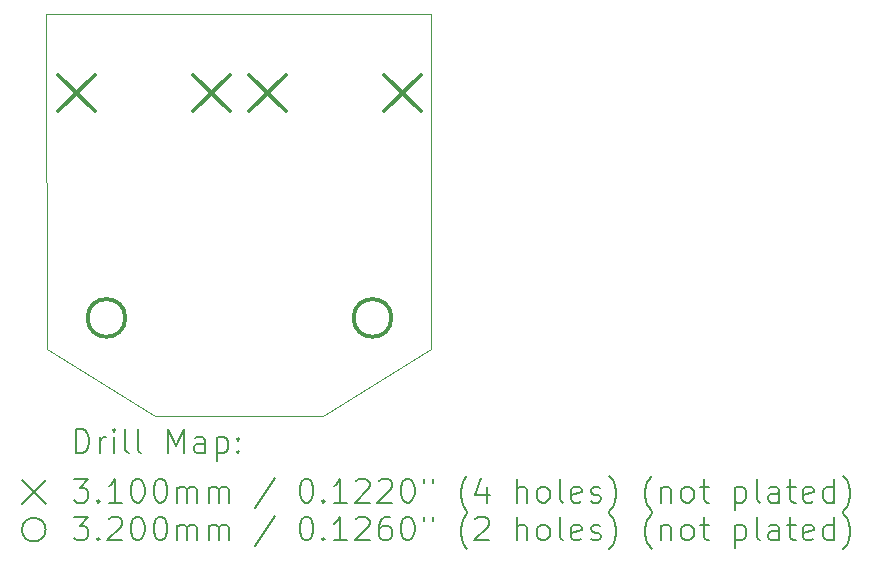
<source format=gbr>
%TF.GenerationSoftware,KiCad,Pcbnew,(6.0.11)*%
%TF.CreationDate,2024-01-24T22:10:26+00:00*%
%TF.ProjectId,Econet_RJ45_Mini,45636f6e-6574-45f5-924a-34355f4d696e,rev?*%
%TF.SameCoordinates,Original*%
%TF.FileFunction,Drillmap*%
%TF.FilePolarity,Positive*%
%FSLAX45Y45*%
G04 Gerber Fmt 4.5, Leading zero omitted, Abs format (unit mm)*
G04 Created by KiCad (PCBNEW (6.0.11)) date 2024-01-24 22:10:26*
%MOMM*%
%LPD*%
G01*
G04 APERTURE LIST*
%ADD10C,0.100000*%
%ADD11C,0.200000*%
%ADD12C,0.310000*%
%ADD13C,0.320000*%
G04 APERTURE END LIST*
D10*
X17306000Y-7464000D02*
X18219000Y-6900000D01*
X18219000Y-4061000D02*
X18219000Y-6900000D01*
X15884000Y-7464000D02*
X14971000Y-6900000D01*
X15884000Y-7464000D02*
X17306000Y-7464000D01*
X14963000Y-4061000D02*
X18219000Y-4061000D01*
X14963000Y-4061000D02*
X14971000Y-6900000D01*
D11*
D12*
X15063982Y-4575534D02*
X15373982Y-4885534D01*
X15373982Y-4575534D02*
X15063982Y-4885534D01*
X16206982Y-4575534D02*
X16516982Y-4885534D01*
X16516982Y-4575534D02*
X16206982Y-4885534D01*
X16681982Y-4575534D02*
X16991982Y-4885534D01*
X16991982Y-4575534D02*
X16681982Y-4885534D01*
X17824982Y-4575534D02*
X18134982Y-4885534D01*
X18134982Y-4575534D02*
X17824982Y-4885534D01*
D13*
X15632982Y-6636000D02*
G75*
G03*
X15632982Y-6636000I-160000J0D01*
G01*
X17885982Y-6636000D02*
G75*
G03*
X17885982Y-6636000I-160000J0D01*
G01*
D11*
X15215619Y-7779476D02*
X15215619Y-7579476D01*
X15263238Y-7579476D01*
X15291809Y-7589000D01*
X15310857Y-7608048D01*
X15320381Y-7627095D01*
X15329905Y-7665190D01*
X15329905Y-7693762D01*
X15320381Y-7731857D01*
X15310857Y-7750905D01*
X15291809Y-7769952D01*
X15263238Y-7779476D01*
X15215619Y-7779476D01*
X15415619Y-7779476D02*
X15415619Y-7646143D01*
X15415619Y-7684238D02*
X15425143Y-7665190D01*
X15434667Y-7655667D01*
X15453714Y-7646143D01*
X15472762Y-7646143D01*
X15539428Y-7779476D02*
X15539428Y-7646143D01*
X15539428Y-7579476D02*
X15529905Y-7589000D01*
X15539428Y-7598524D01*
X15548952Y-7589000D01*
X15539428Y-7579476D01*
X15539428Y-7598524D01*
X15663238Y-7779476D02*
X15644190Y-7769952D01*
X15634667Y-7750905D01*
X15634667Y-7579476D01*
X15768000Y-7779476D02*
X15748952Y-7769952D01*
X15739428Y-7750905D01*
X15739428Y-7579476D01*
X15996571Y-7779476D02*
X15996571Y-7579476D01*
X16063238Y-7722333D01*
X16129905Y-7579476D01*
X16129905Y-7779476D01*
X16310857Y-7779476D02*
X16310857Y-7674714D01*
X16301333Y-7655667D01*
X16282286Y-7646143D01*
X16244190Y-7646143D01*
X16225143Y-7655667D01*
X16310857Y-7769952D02*
X16291809Y-7779476D01*
X16244190Y-7779476D01*
X16225143Y-7769952D01*
X16215619Y-7750905D01*
X16215619Y-7731857D01*
X16225143Y-7712809D01*
X16244190Y-7703286D01*
X16291809Y-7703286D01*
X16310857Y-7693762D01*
X16406095Y-7646143D02*
X16406095Y-7846143D01*
X16406095Y-7655667D02*
X16425143Y-7646143D01*
X16463238Y-7646143D01*
X16482286Y-7655667D01*
X16491809Y-7665190D01*
X16501333Y-7684238D01*
X16501333Y-7741381D01*
X16491809Y-7760428D01*
X16482286Y-7769952D01*
X16463238Y-7779476D01*
X16425143Y-7779476D01*
X16406095Y-7769952D01*
X16587048Y-7760428D02*
X16596571Y-7769952D01*
X16587048Y-7779476D01*
X16577524Y-7769952D01*
X16587048Y-7760428D01*
X16587048Y-7779476D01*
X16587048Y-7655667D02*
X16596571Y-7665190D01*
X16587048Y-7674714D01*
X16577524Y-7665190D01*
X16587048Y-7655667D01*
X16587048Y-7674714D01*
X14758000Y-8009000D02*
X14958000Y-8209000D01*
X14958000Y-8009000D02*
X14758000Y-8209000D01*
X15196571Y-7999476D02*
X15320381Y-7999476D01*
X15253714Y-8075667D01*
X15282286Y-8075667D01*
X15301333Y-8085190D01*
X15310857Y-8094714D01*
X15320381Y-8113762D01*
X15320381Y-8161381D01*
X15310857Y-8180428D01*
X15301333Y-8189952D01*
X15282286Y-8199476D01*
X15225143Y-8199476D01*
X15206095Y-8189952D01*
X15196571Y-8180428D01*
X15406095Y-8180428D02*
X15415619Y-8189952D01*
X15406095Y-8199476D01*
X15396571Y-8189952D01*
X15406095Y-8180428D01*
X15406095Y-8199476D01*
X15606095Y-8199476D02*
X15491809Y-8199476D01*
X15548952Y-8199476D02*
X15548952Y-7999476D01*
X15529905Y-8028048D01*
X15510857Y-8047095D01*
X15491809Y-8056619D01*
X15729905Y-7999476D02*
X15748952Y-7999476D01*
X15768000Y-8009000D01*
X15777524Y-8018524D01*
X15787048Y-8037571D01*
X15796571Y-8075667D01*
X15796571Y-8123286D01*
X15787048Y-8161381D01*
X15777524Y-8180428D01*
X15768000Y-8189952D01*
X15748952Y-8199476D01*
X15729905Y-8199476D01*
X15710857Y-8189952D01*
X15701333Y-8180428D01*
X15691809Y-8161381D01*
X15682286Y-8123286D01*
X15682286Y-8075667D01*
X15691809Y-8037571D01*
X15701333Y-8018524D01*
X15710857Y-8009000D01*
X15729905Y-7999476D01*
X15920381Y-7999476D02*
X15939428Y-7999476D01*
X15958476Y-8009000D01*
X15968000Y-8018524D01*
X15977524Y-8037571D01*
X15987048Y-8075667D01*
X15987048Y-8123286D01*
X15977524Y-8161381D01*
X15968000Y-8180428D01*
X15958476Y-8189952D01*
X15939428Y-8199476D01*
X15920381Y-8199476D01*
X15901333Y-8189952D01*
X15891809Y-8180428D01*
X15882286Y-8161381D01*
X15872762Y-8123286D01*
X15872762Y-8075667D01*
X15882286Y-8037571D01*
X15891809Y-8018524D01*
X15901333Y-8009000D01*
X15920381Y-7999476D01*
X16072762Y-8199476D02*
X16072762Y-8066143D01*
X16072762Y-8085190D02*
X16082286Y-8075667D01*
X16101333Y-8066143D01*
X16129905Y-8066143D01*
X16148952Y-8075667D01*
X16158476Y-8094714D01*
X16158476Y-8199476D01*
X16158476Y-8094714D02*
X16168000Y-8075667D01*
X16187048Y-8066143D01*
X16215619Y-8066143D01*
X16234667Y-8075667D01*
X16244190Y-8094714D01*
X16244190Y-8199476D01*
X16339428Y-8199476D02*
X16339428Y-8066143D01*
X16339428Y-8085190D02*
X16348952Y-8075667D01*
X16368000Y-8066143D01*
X16396571Y-8066143D01*
X16415619Y-8075667D01*
X16425143Y-8094714D01*
X16425143Y-8199476D01*
X16425143Y-8094714D02*
X16434667Y-8075667D01*
X16453714Y-8066143D01*
X16482286Y-8066143D01*
X16501333Y-8075667D01*
X16510857Y-8094714D01*
X16510857Y-8199476D01*
X16901333Y-7989952D02*
X16729905Y-8247095D01*
X17158476Y-7999476D02*
X17177524Y-7999476D01*
X17196571Y-8009000D01*
X17206095Y-8018524D01*
X17215619Y-8037571D01*
X17225143Y-8075667D01*
X17225143Y-8123286D01*
X17215619Y-8161381D01*
X17206095Y-8180428D01*
X17196571Y-8189952D01*
X17177524Y-8199476D01*
X17158476Y-8199476D01*
X17139429Y-8189952D01*
X17129905Y-8180428D01*
X17120381Y-8161381D01*
X17110857Y-8123286D01*
X17110857Y-8075667D01*
X17120381Y-8037571D01*
X17129905Y-8018524D01*
X17139429Y-8009000D01*
X17158476Y-7999476D01*
X17310857Y-8180428D02*
X17320381Y-8189952D01*
X17310857Y-8199476D01*
X17301333Y-8189952D01*
X17310857Y-8180428D01*
X17310857Y-8199476D01*
X17510857Y-8199476D02*
X17396571Y-8199476D01*
X17453714Y-8199476D02*
X17453714Y-7999476D01*
X17434667Y-8028048D01*
X17415619Y-8047095D01*
X17396571Y-8056619D01*
X17587048Y-8018524D02*
X17596571Y-8009000D01*
X17615619Y-7999476D01*
X17663238Y-7999476D01*
X17682286Y-8009000D01*
X17691810Y-8018524D01*
X17701333Y-8037571D01*
X17701333Y-8056619D01*
X17691810Y-8085190D01*
X17577524Y-8199476D01*
X17701333Y-8199476D01*
X17777524Y-8018524D02*
X17787048Y-8009000D01*
X17806095Y-7999476D01*
X17853714Y-7999476D01*
X17872762Y-8009000D01*
X17882286Y-8018524D01*
X17891810Y-8037571D01*
X17891810Y-8056619D01*
X17882286Y-8085190D01*
X17768000Y-8199476D01*
X17891810Y-8199476D01*
X18015619Y-7999476D02*
X18034667Y-7999476D01*
X18053714Y-8009000D01*
X18063238Y-8018524D01*
X18072762Y-8037571D01*
X18082286Y-8075667D01*
X18082286Y-8123286D01*
X18072762Y-8161381D01*
X18063238Y-8180428D01*
X18053714Y-8189952D01*
X18034667Y-8199476D01*
X18015619Y-8199476D01*
X17996571Y-8189952D01*
X17987048Y-8180428D01*
X17977524Y-8161381D01*
X17968000Y-8123286D01*
X17968000Y-8075667D01*
X17977524Y-8037571D01*
X17987048Y-8018524D01*
X17996571Y-8009000D01*
X18015619Y-7999476D01*
X18158476Y-7999476D02*
X18158476Y-8037571D01*
X18234667Y-7999476D02*
X18234667Y-8037571D01*
X18529905Y-8275667D02*
X18520381Y-8266143D01*
X18501333Y-8237571D01*
X18491810Y-8218524D01*
X18482286Y-8189952D01*
X18472762Y-8142333D01*
X18472762Y-8104238D01*
X18482286Y-8056619D01*
X18491810Y-8028048D01*
X18501333Y-8009000D01*
X18520381Y-7980428D01*
X18529905Y-7970905D01*
X18691810Y-8066143D02*
X18691810Y-8199476D01*
X18644190Y-7989952D02*
X18596571Y-8132809D01*
X18720381Y-8132809D01*
X18948952Y-8199476D02*
X18948952Y-7999476D01*
X19034667Y-8199476D02*
X19034667Y-8094714D01*
X19025143Y-8075667D01*
X19006095Y-8066143D01*
X18977524Y-8066143D01*
X18958476Y-8075667D01*
X18948952Y-8085190D01*
X19158476Y-8199476D02*
X19139429Y-8189952D01*
X19129905Y-8180428D01*
X19120381Y-8161381D01*
X19120381Y-8104238D01*
X19129905Y-8085190D01*
X19139429Y-8075667D01*
X19158476Y-8066143D01*
X19187048Y-8066143D01*
X19206095Y-8075667D01*
X19215619Y-8085190D01*
X19225143Y-8104238D01*
X19225143Y-8161381D01*
X19215619Y-8180428D01*
X19206095Y-8189952D01*
X19187048Y-8199476D01*
X19158476Y-8199476D01*
X19339429Y-8199476D02*
X19320381Y-8189952D01*
X19310857Y-8170905D01*
X19310857Y-7999476D01*
X19491810Y-8189952D02*
X19472762Y-8199476D01*
X19434667Y-8199476D01*
X19415619Y-8189952D01*
X19406095Y-8170905D01*
X19406095Y-8094714D01*
X19415619Y-8075667D01*
X19434667Y-8066143D01*
X19472762Y-8066143D01*
X19491810Y-8075667D01*
X19501333Y-8094714D01*
X19501333Y-8113762D01*
X19406095Y-8132809D01*
X19577524Y-8189952D02*
X19596571Y-8199476D01*
X19634667Y-8199476D01*
X19653714Y-8189952D01*
X19663238Y-8170905D01*
X19663238Y-8161381D01*
X19653714Y-8142333D01*
X19634667Y-8132809D01*
X19606095Y-8132809D01*
X19587048Y-8123286D01*
X19577524Y-8104238D01*
X19577524Y-8094714D01*
X19587048Y-8075667D01*
X19606095Y-8066143D01*
X19634667Y-8066143D01*
X19653714Y-8075667D01*
X19729905Y-8275667D02*
X19739429Y-8266143D01*
X19758476Y-8237571D01*
X19768000Y-8218524D01*
X19777524Y-8189952D01*
X19787048Y-8142333D01*
X19787048Y-8104238D01*
X19777524Y-8056619D01*
X19768000Y-8028048D01*
X19758476Y-8009000D01*
X19739429Y-7980428D01*
X19729905Y-7970905D01*
X20091810Y-8275667D02*
X20082286Y-8266143D01*
X20063238Y-8237571D01*
X20053714Y-8218524D01*
X20044190Y-8189952D01*
X20034667Y-8142333D01*
X20034667Y-8104238D01*
X20044190Y-8056619D01*
X20053714Y-8028048D01*
X20063238Y-8009000D01*
X20082286Y-7980428D01*
X20091810Y-7970905D01*
X20168000Y-8066143D02*
X20168000Y-8199476D01*
X20168000Y-8085190D02*
X20177524Y-8075667D01*
X20196571Y-8066143D01*
X20225143Y-8066143D01*
X20244190Y-8075667D01*
X20253714Y-8094714D01*
X20253714Y-8199476D01*
X20377524Y-8199476D02*
X20358476Y-8189952D01*
X20348952Y-8180428D01*
X20339429Y-8161381D01*
X20339429Y-8104238D01*
X20348952Y-8085190D01*
X20358476Y-8075667D01*
X20377524Y-8066143D01*
X20406095Y-8066143D01*
X20425143Y-8075667D01*
X20434667Y-8085190D01*
X20444190Y-8104238D01*
X20444190Y-8161381D01*
X20434667Y-8180428D01*
X20425143Y-8189952D01*
X20406095Y-8199476D01*
X20377524Y-8199476D01*
X20501333Y-8066143D02*
X20577524Y-8066143D01*
X20529905Y-7999476D02*
X20529905Y-8170905D01*
X20539429Y-8189952D01*
X20558476Y-8199476D01*
X20577524Y-8199476D01*
X20796571Y-8066143D02*
X20796571Y-8266143D01*
X20796571Y-8075667D02*
X20815619Y-8066143D01*
X20853714Y-8066143D01*
X20872762Y-8075667D01*
X20882286Y-8085190D01*
X20891810Y-8104238D01*
X20891810Y-8161381D01*
X20882286Y-8180428D01*
X20872762Y-8189952D01*
X20853714Y-8199476D01*
X20815619Y-8199476D01*
X20796571Y-8189952D01*
X21006095Y-8199476D02*
X20987048Y-8189952D01*
X20977524Y-8170905D01*
X20977524Y-7999476D01*
X21168000Y-8199476D02*
X21168000Y-8094714D01*
X21158476Y-8075667D01*
X21139429Y-8066143D01*
X21101333Y-8066143D01*
X21082286Y-8075667D01*
X21168000Y-8189952D02*
X21148952Y-8199476D01*
X21101333Y-8199476D01*
X21082286Y-8189952D01*
X21072762Y-8170905D01*
X21072762Y-8151857D01*
X21082286Y-8132809D01*
X21101333Y-8123286D01*
X21148952Y-8123286D01*
X21168000Y-8113762D01*
X21234667Y-8066143D02*
X21310857Y-8066143D01*
X21263238Y-7999476D02*
X21263238Y-8170905D01*
X21272762Y-8189952D01*
X21291810Y-8199476D01*
X21310857Y-8199476D01*
X21453714Y-8189952D02*
X21434667Y-8199476D01*
X21396571Y-8199476D01*
X21377524Y-8189952D01*
X21368000Y-8170905D01*
X21368000Y-8094714D01*
X21377524Y-8075667D01*
X21396571Y-8066143D01*
X21434667Y-8066143D01*
X21453714Y-8075667D01*
X21463238Y-8094714D01*
X21463238Y-8113762D01*
X21368000Y-8132809D01*
X21634667Y-8199476D02*
X21634667Y-7999476D01*
X21634667Y-8189952D02*
X21615619Y-8199476D01*
X21577524Y-8199476D01*
X21558476Y-8189952D01*
X21548952Y-8180428D01*
X21539429Y-8161381D01*
X21539429Y-8104238D01*
X21548952Y-8085190D01*
X21558476Y-8075667D01*
X21577524Y-8066143D01*
X21615619Y-8066143D01*
X21634667Y-8075667D01*
X21710857Y-8275667D02*
X21720381Y-8266143D01*
X21739429Y-8237571D01*
X21748952Y-8218524D01*
X21758476Y-8189952D01*
X21768000Y-8142333D01*
X21768000Y-8104238D01*
X21758476Y-8056619D01*
X21748952Y-8028048D01*
X21739429Y-8009000D01*
X21720381Y-7980428D01*
X21710857Y-7970905D01*
X14958000Y-8429000D02*
G75*
G03*
X14958000Y-8429000I-100000J0D01*
G01*
X15196571Y-8319476D02*
X15320381Y-8319476D01*
X15253714Y-8395667D01*
X15282286Y-8395667D01*
X15301333Y-8405190D01*
X15310857Y-8414714D01*
X15320381Y-8433762D01*
X15320381Y-8481381D01*
X15310857Y-8500429D01*
X15301333Y-8509952D01*
X15282286Y-8519476D01*
X15225143Y-8519476D01*
X15206095Y-8509952D01*
X15196571Y-8500429D01*
X15406095Y-8500429D02*
X15415619Y-8509952D01*
X15406095Y-8519476D01*
X15396571Y-8509952D01*
X15406095Y-8500429D01*
X15406095Y-8519476D01*
X15491809Y-8338524D02*
X15501333Y-8329000D01*
X15520381Y-8319476D01*
X15568000Y-8319476D01*
X15587048Y-8329000D01*
X15596571Y-8338524D01*
X15606095Y-8357571D01*
X15606095Y-8376619D01*
X15596571Y-8405190D01*
X15482286Y-8519476D01*
X15606095Y-8519476D01*
X15729905Y-8319476D02*
X15748952Y-8319476D01*
X15768000Y-8329000D01*
X15777524Y-8338524D01*
X15787048Y-8357571D01*
X15796571Y-8395667D01*
X15796571Y-8443286D01*
X15787048Y-8481381D01*
X15777524Y-8500429D01*
X15768000Y-8509952D01*
X15748952Y-8519476D01*
X15729905Y-8519476D01*
X15710857Y-8509952D01*
X15701333Y-8500429D01*
X15691809Y-8481381D01*
X15682286Y-8443286D01*
X15682286Y-8395667D01*
X15691809Y-8357571D01*
X15701333Y-8338524D01*
X15710857Y-8329000D01*
X15729905Y-8319476D01*
X15920381Y-8319476D02*
X15939428Y-8319476D01*
X15958476Y-8329000D01*
X15968000Y-8338524D01*
X15977524Y-8357571D01*
X15987048Y-8395667D01*
X15987048Y-8443286D01*
X15977524Y-8481381D01*
X15968000Y-8500429D01*
X15958476Y-8509952D01*
X15939428Y-8519476D01*
X15920381Y-8519476D01*
X15901333Y-8509952D01*
X15891809Y-8500429D01*
X15882286Y-8481381D01*
X15872762Y-8443286D01*
X15872762Y-8395667D01*
X15882286Y-8357571D01*
X15891809Y-8338524D01*
X15901333Y-8329000D01*
X15920381Y-8319476D01*
X16072762Y-8519476D02*
X16072762Y-8386143D01*
X16072762Y-8405190D02*
X16082286Y-8395667D01*
X16101333Y-8386143D01*
X16129905Y-8386143D01*
X16148952Y-8395667D01*
X16158476Y-8414714D01*
X16158476Y-8519476D01*
X16158476Y-8414714D02*
X16168000Y-8395667D01*
X16187048Y-8386143D01*
X16215619Y-8386143D01*
X16234667Y-8395667D01*
X16244190Y-8414714D01*
X16244190Y-8519476D01*
X16339428Y-8519476D02*
X16339428Y-8386143D01*
X16339428Y-8405190D02*
X16348952Y-8395667D01*
X16368000Y-8386143D01*
X16396571Y-8386143D01*
X16415619Y-8395667D01*
X16425143Y-8414714D01*
X16425143Y-8519476D01*
X16425143Y-8414714D02*
X16434667Y-8395667D01*
X16453714Y-8386143D01*
X16482286Y-8386143D01*
X16501333Y-8395667D01*
X16510857Y-8414714D01*
X16510857Y-8519476D01*
X16901333Y-8309952D02*
X16729905Y-8567095D01*
X17158476Y-8319476D02*
X17177524Y-8319476D01*
X17196571Y-8329000D01*
X17206095Y-8338524D01*
X17215619Y-8357571D01*
X17225143Y-8395667D01*
X17225143Y-8443286D01*
X17215619Y-8481381D01*
X17206095Y-8500429D01*
X17196571Y-8509952D01*
X17177524Y-8519476D01*
X17158476Y-8519476D01*
X17139429Y-8509952D01*
X17129905Y-8500429D01*
X17120381Y-8481381D01*
X17110857Y-8443286D01*
X17110857Y-8395667D01*
X17120381Y-8357571D01*
X17129905Y-8338524D01*
X17139429Y-8329000D01*
X17158476Y-8319476D01*
X17310857Y-8500429D02*
X17320381Y-8509952D01*
X17310857Y-8519476D01*
X17301333Y-8509952D01*
X17310857Y-8500429D01*
X17310857Y-8519476D01*
X17510857Y-8519476D02*
X17396571Y-8519476D01*
X17453714Y-8519476D02*
X17453714Y-8319476D01*
X17434667Y-8348048D01*
X17415619Y-8367095D01*
X17396571Y-8376619D01*
X17587048Y-8338524D02*
X17596571Y-8329000D01*
X17615619Y-8319476D01*
X17663238Y-8319476D01*
X17682286Y-8329000D01*
X17691810Y-8338524D01*
X17701333Y-8357571D01*
X17701333Y-8376619D01*
X17691810Y-8405190D01*
X17577524Y-8519476D01*
X17701333Y-8519476D01*
X17872762Y-8319476D02*
X17834667Y-8319476D01*
X17815619Y-8329000D01*
X17806095Y-8338524D01*
X17787048Y-8367095D01*
X17777524Y-8405190D01*
X17777524Y-8481381D01*
X17787048Y-8500429D01*
X17796571Y-8509952D01*
X17815619Y-8519476D01*
X17853714Y-8519476D01*
X17872762Y-8509952D01*
X17882286Y-8500429D01*
X17891810Y-8481381D01*
X17891810Y-8433762D01*
X17882286Y-8414714D01*
X17872762Y-8405190D01*
X17853714Y-8395667D01*
X17815619Y-8395667D01*
X17796571Y-8405190D01*
X17787048Y-8414714D01*
X17777524Y-8433762D01*
X18015619Y-8319476D02*
X18034667Y-8319476D01*
X18053714Y-8329000D01*
X18063238Y-8338524D01*
X18072762Y-8357571D01*
X18082286Y-8395667D01*
X18082286Y-8443286D01*
X18072762Y-8481381D01*
X18063238Y-8500429D01*
X18053714Y-8509952D01*
X18034667Y-8519476D01*
X18015619Y-8519476D01*
X17996571Y-8509952D01*
X17987048Y-8500429D01*
X17977524Y-8481381D01*
X17968000Y-8443286D01*
X17968000Y-8395667D01*
X17977524Y-8357571D01*
X17987048Y-8338524D01*
X17996571Y-8329000D01*
X18015619Y-8319476D01*
X18158476Y-8319476D02*
X18158476Y-8357571D01*
X18234667Y-8319476D02*
X18234667Y-8357571D01*
X18529905Y-8595667D02*
X18520381Y-8586143D01*
X18501333Y-8557571D01*
X18491810Y-8538524D01*
X18482286Y-8509952D01*
X18472762Y-8462333D01*
X18472762Y-8424238D01*
X18482286Y-8376619D01*
X18491810Y-8348048D01*
X18501333Y-8329000D01*
X18520381Y-8300428D01*
X18529905Y-8290905D01*
X18596571Y-8338524D02*
X18606095Y-8329000D01*
X18625143Y-8319476D01*
X18672762Y-8319476D01*
X18691810Y-8329000D01*
X18701333Y-8338524D01*
X18710857Y-8357571D01*
X18710857Y-8376619D01*
X18701333Y-8405190D01*
X18587048Y-8519476D01*
X18710857Y-8519476D01*
X18948952Y-8519476D02*
X18948952Y-8319476D01*
X19034667Y-8519476D02*
X19034667Y-8414714D01*
X19025143Y-8395667D01*
X19006095Y-8386143D01*
X18977524Y-8386143D01*
X18958476Y-8395667D01*
X18948952Y-8405190D01*
X19158476Y-8519476D02*
X19139429Y-8509952D01*
X19129905Y-8500429D01*
X19120381Y-8481381D01*
X19120381Y-8424238D01*
X19129905Y-8405190D01*
X19139429Y-8395667D01*
X19158476Y-8386143D01*
X19187048Y-8386143D01*
X19206095Y-8395667D01*
X19215619Y-8405190D01*
X19225143Y-8424238D01*
X19225143Y-8481381D01*
X19215619Y-8500429D01*
X19206095Y-8509952D01*
X19187048Y-8519476D01*
X19158476Y-8519476D01*
X19339429Y-8519476D02*
X19320381Y-8509952D01*
X19310857Y-8490905D01*
X19310857Y-8319476D01*
X19491810Y-8509952D02*
X19472762Y-8519476D01*
X19434667Y-8519476D01*
X19415619Y-8509952D01*
X19406095Y-8490905D01*
X19406095Y-8414714D01*
X19415619Y-8395667D01*
X19434667Y-8386143D01*
X19472762Y-8386143D01*
X19491810Y-8395667D01*
X19501333Y-8414714D01*
X19501333Y-8433762D01*
X19406095Y-8452810D01*
X19577524Y-8509952D02*
X19596571Y-8519476D01*
X19634667Y-8519476D01*
X19653714Y-8509952D01*
X19663238Y-8490905D01*
X19663238Y-8481381D01*
X19653714Y-8462333D01*
X19634667Y-8452810D01*
X19606095Y-8452810D01*
X19587048Y-8443286D01*
X19577524Y-8424238D01*
X19577524Y-8414714D01*
X19587048Y-8395667D01*
X19606095Y-8386143D01*
X19634667Y-8386143D01*
X19653714Y-8395667D01*
X19729905Y-8595667D02*
X19739429Y-8586143D01*
X19758476Y-8557571D01*
X19768000Y-8538524D01*
X19777524Y-8509952D01*
X19787048Y-8462333D01*
X19787048Y-8424238D01*
X19777524Y-8376619D01*
X19768000Y-8348048D01*
X19758476Y-8329000D01*
X19739429Y-8300428D01*
X19729905Y-8290905D01*
X20091810Y-8595667D02*
X20082286Y-8586143D01*
X20063238Y-8557571D01*
X20053714Y-8538524D01*
X20044190Y-8509952D01*
X20034667Y-8462333D01*
X20034667Y-8424238D01*
X20044190Y-8376619D01*
X20053714Y-8348048D01*
X20063238Y-8329000D01*
X20082286Y-8300428D01*
X20091810Y-8290905D01*
X20168000Y-8386143D02*
X20168000Y-8519476D01*
X20168000Y-8405190D02*
X20177524Y-8395667D01*
X20196571Y-8386143D01*
X20225143Y-8386143D01*
X20244190Y-8395667D01*
X20253714Y-8414714D01*
X20253714Y-8519476D01*
X20377524Y-8519476D02*
X20358476Y-8509952D01*
X20348952Y-8500429D01*
X20339429Y-8481381D01*
X20339429Y-8424238D01*
X20348952Y-8405190D01*
X20358476Y-8395667D01*
X20377524Y-8386143D01*
X20406095Y-8386143D01*
X20425143Y-8395667D01*
X20434667Y-8405190D01*
X20444190Y-8424238D01*
X20444190Y-8481381D01*
X20434667Y-8500429D01*
X20425143Y-8509952D01*
X20406095Y-8519476D01*
X20377524Y-8519476D01*
X20501333Y-8386143D02*
X20577524Y-8386143D01*
X20529905Y-8319476D02*
X20529905Y-8490905D01*
X20539429Y-8509952D01*
X20558476Y-8519476D01*
X20577524Y-8519476D01*
X20796571Y-8386143D02*
X20796571Y-8586143D01*
X20796571Y-8395667D02*
X20815619Y-8386143D01*
X20853714Y-8386143D01*
X20872762Y-8395667D01*
X20882286Y-8405190D01*
X20891810Y-8424238D01*
X20891810Y-8481381D01*
X20882286Y-8500429D01*
X20872762Y-8509952D01*
X20853714Y-8519476D01*
X20815619Y-8519476D01*
X20796571Y-8509952D01*
X21006095Y-8519476D02*
X20987048Y-8509952D01*
X20977524Y-8490905D01*
X20977524Y-8319476D01*
X21168000Y-8519476D02*
X21168000Y-8414714D01*
X21158476Y-8395667D01*
X21139429Y-8386143D01*
X21101333Y-8386143D01*
X21082286Y-8395667D01*
X21168000Y-8509952D02*
X21148952Y-8519476D01*
X21101333Y-8519476D01*
X21082286Y-8509952D01*
X21072762Y-8490905D01*
X21072762Y-8471857D01*
X21082286Y-8452810D01*
X21101333Y-8443286D01*
X21148952Y-8443286D01*
X21168000Y-8433762D01*
X21234667Y-8386143D02*
X21310857Y-8386143D01*
X21263238Y-8319476D02*
X21263238Y-8490905D01*
X21272762Y-8509952D01*
X21291810Y-8519476D01*
X21310857Y-8519476D01*
X21453714Y-8509952D02*
X21434667Y-8519476D01*
X21396571Y-8519476D01*
X21377524Y-8509952D01*
X21368000Y-8490905D01*
X21368000Y-8414714D01*
X21377524Y-8395667D01*
X21396571Y-8386143D01*
X21434667Y-8386143D01*
X21453714Y-8395667D01*
X21463238Y-8414714D01*
X21463238Y-8433762D01*
X21368000Y-8452810D01*
X21634667Y-8519476D02*
X21634667Y-8319476D01*
X21634667Y-8509952D02*
X21615619Y-8519476D01*
X21577524Y-8519476D01*
X21558476Y-8509952D01*
X21548952Y-8500429D01*
X21539429Y-8481381D01*
X21539429Y-8424238D01*
X21548952Y-8405190D01*
X21558476Y-8395667D01*
X21577524Y-8386143D01*
X21615619Y-8386143D01*
X21634667Y-8395667D01*
X21710857Y-8595667D02*
X21720381Y-8586143D01*
X21739429Y-8557571D01*
X21748952Y-8538524D01*
X21758476Y-8509952D01*
X21768000Y-8462333D01*
X21768000Y-8424238D01*
X21758476Y-8376619D01*
X21748952Y-8348048D01*
X21739429Y-8329000D01*
X21720381Y-8300428D01*
X21710857Y-8290905D01*
M02*

</source>
